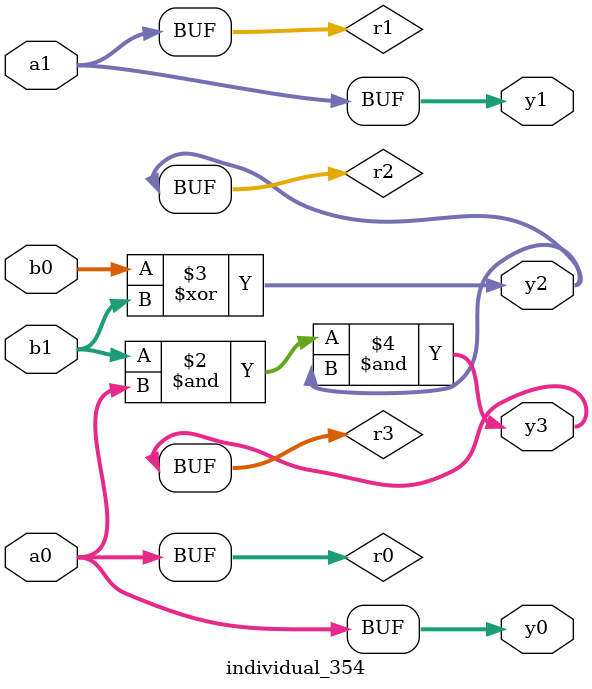
<source format=sv>
module individual_354(input logic [15:0] a1, input logic [15:0] a0, input logic [15:0] b1, input logic [15:0] b0, output logic [15:0] y3, output logic [15:0] y2, output logic [15:0] y1, output logic [15:0] y0);
logic [15:0] r0, r1, r2, r3; 
 always@(*) begin 
	 r0 = a0; r1 = a1; r2 = b0; r3 = b1; 
 	 r3  &=  a0 ;
 	 r2  ^=  b1 ;
 	 r3  &=  r2 ;
 	 y3 = r3; y2 = r2; y1 = r1; y0 = r0; 
end
endmodule
</source>
